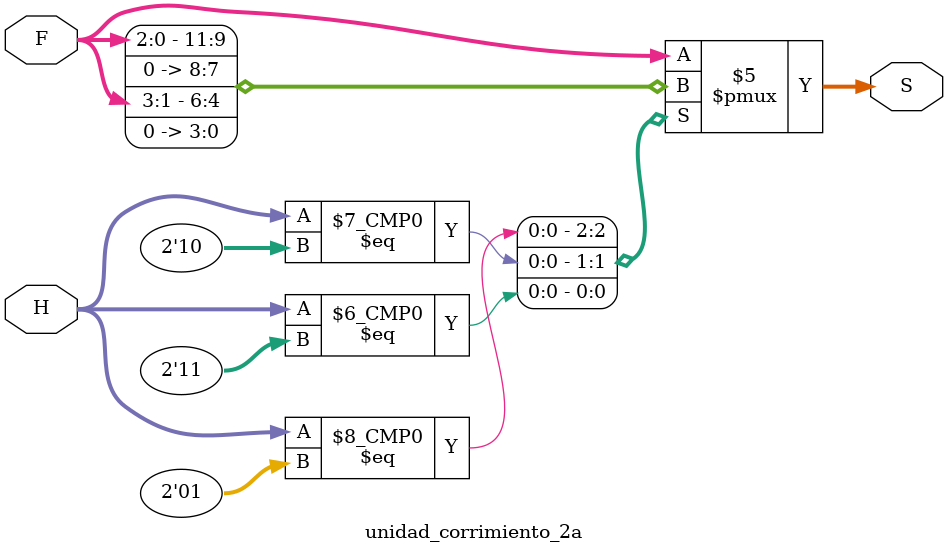
<source format=sv>
module unidad_corrimiento_2a #(parameter N=4)( 
 input logic signed [N-1:0] F, //input
 input logic [1:0] H, //sel operacion
 output logic signed [N-1:0] S //salida
 ); 
 
 always_comb  
	case(H)
	 3'b01: S=F<<1; //shl
	 3'b10: S=F>>1; //shr
	 3'b11: S=N[1'b0]; //todo 0
	 default: S=F; //transferencia
   endcase
	
endmodule

</source>
